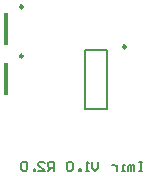
<source format=gbo>
G04 Layer_Color=32896*
%FSLAX44Y44*%
%MOMM*%
G71*
G01*
G75*
%ADD20C,0.2540*%
%ADD27C,0.2500*%
%ADD28C,0.2000*%
%ADD43C,0.1270*%
%ADD44R,0.3810X2.7940*%
D20*
X292760Y382800D02*
G03*
X292760Y382800I-1270J0D01*
G01*
Y341050D02*
G03*
X292760Y341050I-1270J0D01*
G01*
D27*
X379850Y348860D02*
G03*
X379850Y348860I-1250J0D01*
G01*
D28*
X345600Y296310D02*
X363600D01*
X345600Y346310D02*
X363600D01*
X345600Y296310D02*
Y346310D01*
X363600Y296310D02*
Y346310D01*
D43*
X393750Y251747D02*
X391084D01*
X392417D01*
Y243750D01*
X393750D01*
X391084D01*
X387085D02*
Y249082D01*
X385753D01*
X384420Y247749D01*
Y243750D01*
Y247749D01*
X383087Y249082D01*
X381754Y247749D01*
Y243750D01*
X379088D02*
X376422D01*
X377755D01*
Y249082D01*
X379088D01*
X372424D02*
Y243750D01*
Y246416D01*
X371091Y247749D01*
X369758Y249082D01*
X368425D01*
X356429Y251747D02*
Y246416D01*
X353763Y243750D01*
X351097Y246416D01*
Y251747D01*
X348431Y243750D02*
X345765D01*
X347098D01*
Y251747D01*
X348431Y250415D01*
X341767Y243750D02*
Y245083D01*
X340434D01*
Y243750D01*
X341767D01*
X335102Y250415D02*
X333769Y251747D01*
X331104D01*
X329771Y250415D01*
Y245083D01*
X331104Y243750D01*
X333769D01*
X335102Y245083D01*
Y250415D01*
X319107Y243750D02*
Y251747D01*
X315109D01*
X313776Y250415D01*
Y247749D01*
X315109Y246416D01*
X319107D01*
X316442D02*
X313776Y243750D01*
X305778D02*
X311110D01*
X305778Y249082D01*
Y250415D01*
X307111Y251747D01*
X309777D01*
X311110Y250415D01*
X303113Y243750D02*
Y245083D01*
X301780D01*
Y243750D01*
X303113D01*
X296448Y250415D02*
X295115Y251747D01*
X292449D01*
X291116Y250415D01*
Y245083D01*
X292449Y243750D01*
X295115D01*
X296448Y245083D01*
Y250415D01*
D44*
X278155Y363750D02*
D03*
Y322000D02*
D03*
M02*

</source>
